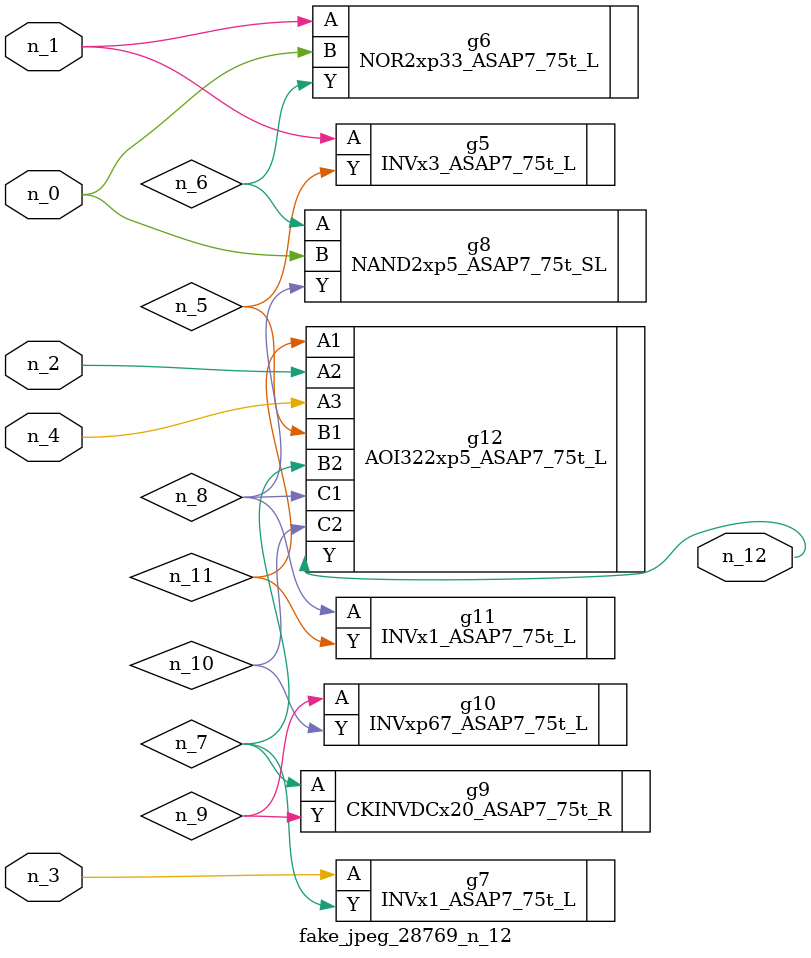
<source format=v>
module fake_jpeg_28769_n_12 (n_3, n_2, n_1, n_0, n_4, n_12);

input n_3;
input n_2;
input n_1;
input n_0;
input n_4;

output n_12;

wire n_11;
wire n_10;
wire n_8;
wire n_9;
wire n_6;
wire n_5;
wire n_7;

INVx3_ASAP7_75t_L g5 ( 
.A(n_1),
.Y(n_5)
);

NOR2xp33_ASAP7_75t_L g6 ( 
.A(n_1),
.B(n_0),
.Y(n_6)
);

INVx1_ASAP7_75t_L g7 ( 
.A(n_3),
.Y(n_7)
);

NAND2xp5_ASAP7_75t_SL g8 ( 
.A(n_6),
.B(n_0),
.Y(n_8)
);

INVx1_ASAP7_75t_L g11 ( 
.A(n_8),
.Y(n_11)
);

CKINVDCx20_ASAP7_75t_R g9 ( 
.A(n_7),
.Y(n_9)
);

INVxp67_ASAP7_75t_L g10 ( 
.A(n_9),
.Y(n_10)
);

AOI322xp5_ASAP7_75t_L g12 ( 
.A1(n_11),
.A2(n_2),
.A3(n_4),
.B1(n_5),
.B2(n_7),
.C1(n_8),
.C2(n_10),
.Y(n_12)
);


endmodule
</source>
